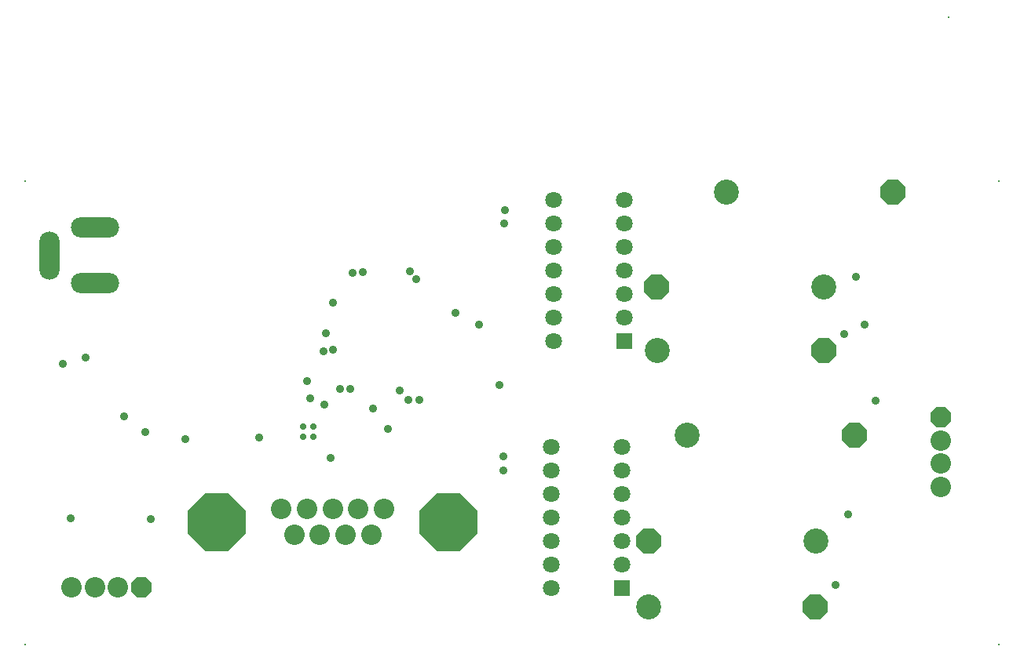
<source format=gbs>
G04 Layer_Color=16711935*
%FSLAX43Y43*%
%MOMM*%
G71*
G01*
G75*
%ADD51P,2.926X8X202.5*%
%ADD52C,2.703*%
%ADD53C,1.803*%
%ADD54R,1.803X1.803*%
%ADD55C,0.203*%
%ADD56C,2.203*%
%ADD57P,2.385X8X292.5*%
%ADD58O,5.203X2.203*%
%ADD59O,2.203X5.203*%
%ADD60P,2.385X8X202.5*%
%ADD61P,6.714X8X112.5*%
%ADD62C,0.903*%
%ADD63C,0.703*%
D51*
X91850Y25050D02*
D03*
X87675Y6575D02*
D03*
X69700Y13675D02*
D03*
X88600Y34200D02*
D03*
X96050Y51350D02*
D03*
X70575Y41075D02*
D03*
D52*
X73850Y25050D02*
D03*
X69675Y6575D02*
D03*
X87700Y13675D02*
D03*
X70600Y34200D02*
D03*
X78050Y51350D02*
D03*
X88575Y41075D02*
D03*
D53*
X59240Y23795D02*
D03*
Y21255D02*
D03*
Y18715D02*
D03*
Y16175D02*
D03*
Y13635D02*
D03*
Y11095D02*
D03*
Y8555D02*
D03*
X66860Y23795D02*
D03*
Y21255D02*
D03*
Y18715D02*
D03*
Y16175D02*
D03*
Y13635D02*
D03*
Y11095D02*
D03*
X59475Y50445D02*
D03*
Y47905D02*
D03*
Y45365D02*
D03*
Y42825D02*
D03*
Y40285D02*
D03*
Y37745D02*
D03*
Y35205D02*
D03*
X67095Y50445D02*
D03*
Y47905D02*
D03*
Y45365D02*
D03*
Y42825D02*
D03*
Y40285D02*
D03*
Y37745D02*
D03*
D54*
X66860Y8555D02*
D03*
X67095Y35205D02*
D03*
D55*
X107500Y2500D02*
D03*
X102025Y70249D02*
D03*
X2500Y52500D02*
D03*
Y2500D02*
D03*
X107500Y52500D02*
D03*
D56*
X101200Y22025D02*
D03*
Y24525D02*
D03*
Y19525D02*
D03*
X10000Y8700D02*
D03*
X12500D02*
D03*
X7500D02*
D03*
X41185Y17140D02*
D03*
X38415D02*
D03*
X35645D02*
D03*
X32875D02*
D03*
X30105D02*
D03*
X39800Y14300D02*
D03*
X37030D02*
D03*
X34260D02*
D03*
X31490D02*
D03*
D57*
X101200Y27025D02*
D03*
D58*
X10000Y47500D02*
D03*
Y41500D02*
D03*
D59*
X5100Y44450D02*
D03*
D60*
X15000Y8700D02*
D03*
D61*
X23145Y15720D02*
D03*
X48145D02*
D03*
D62*
X15451Y25401D02*
D03*
X33250Y29075D02*
D03*
X27725Y24800D02*
D03*
X34900Y36100D02*
D03*
X34775Y28400D02*
D03*
X92975Y37050D02*
D03*
X94150Y28775D02*
D03*
X90800Y36000D02*
D03*
X89875Y8900D02*
D03*
X91200Y16550D02*
D03*
X53600Y30500D02*
D03*
X92025Y42150D02*
D03*
X35675Y34275D02*
D03*
X6525Y32800D02*
D03*
X54175Y49350D02*
D03*
X54075Y22775D02*
D03*
X44600Y41950D02*
D03*
X43975Y42800D02*
D03*
X54025Y21300D02*
D03*
X54125Y47925D02*
D03*
X19775Y24700D02*
D03*
X39975Y27950D02*
D03*
X41600Y25800D02*
D03*
X32850Y30950D02*
D03*
X34675Y34125D02*
D03*
X48850Y38300D02*
D03*
X37750Y42600D02*
D03*
X35700Y39400D02*
D03*
X36450Y30050D02*
D03*
X42875Y29950D02*
D03*
X37500Y30050D02*
D03*
X44975Y28875D02*
D03*
X43825D02*
D03*
X38875Y42675D02*
D03*
X51375Y37000D02*
D03*
X9025Y33425D02*
D03*
X13150Y27125D02*
D03*
X7400Y16075D02*
D03*
X16050Y16050D02*
D03*
X35425Y22600D02*
D03*
D63*
X32450Y24950D02*
D03*
Y26050D02*
D03*
X33550Y24950D02*
D03*
Y26050D02*
D03*
M02*

</source>
